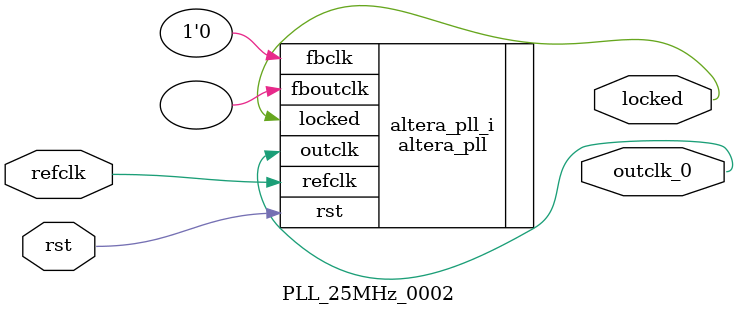
<source format=v>
`timescale 1ns/10ps
module  PLL_25MHz_0002(

	// interface 'refclk'
	input wire refclk,

	// interface 'reset'
	input wire rst,

	// interface 'outclk0'
	output wire outclk_0,

	// interface 'locked'
	output wire locked
);

	altera_pll #(
		.fractional_vco_multiplier("false"),
		.reference_clock_frequency("50.0 MHz"),
		.operation_mode("direct"),
		.number_of_clocks(1),
		.output_clock_frequency0("25.000000 MHz"),
		.phase_shift0("0 ps"),
		.duty_cycle0(50),
		.output_clock_frequency1("0 MHz"),
		.phase_shift1("0 ps"),
		.duty_cycle1(50),
		.output_clock_frequency2("0 MHz"),
		.phase_shift2("0 ps"),
		.duty_cycle2(50),
		.output_clock_frequency3("0 MHz"),
		.phase_shift3("0 ps"),
		.duty_cycle3(50),
		.output_clock_frequency4("0 MHz"),
		.phase_shift4("0 ps"),
		.duty_cycle4(50),
		.output_clock_frequency5("0 MHz"),
		.phase_shift5("0 ps"),
		.duty_cycle5(50),
		.output_clock_frequency6("0 MHz"),
		.phase_shift6("0 ps"),
		.duty_cycle6(50),
		.output_clock_frequency7("0 MHz"),
		.phase_shift7("0 ps"),
		.duty_cycle7(50),
		.output_clock_frequency8("0 MHz"),
		.phase_shift8("0 ps"),
		.duty_cycle8(50),
		.output_clock_frequency9("0 MHz"),
		.phase_shift9("0 ps"),
		.duty_cycle9(50),
		.output_clock_frequency10("0 MHz"),
		.phase_shift10("0 ps"),
		.duty_cycle10(50),
		.output_clock_frequency11("0 MHz"),
		.phase_shift11("0 ps"),
		.duty_cycle11(50),
		.output_clock_frequency12("0 MHz"),
		.phase_shift12("0 ps"),
		.duty_cycle12(50),
		.output_clock_frequency13("0 MHz"),
		.phase_shift13("0 ps"),
		.duty_cycle13(50),
		.output_clock_frequency14("0 MHz"),
		.phase_shift14("0 ps"),
		.duty_cycle14(50),
		.output_clock_frequency15("0 MHz"),
		.phase_shift15("0 ps"),
		.duty_cycle15(50),
		.output_clock_frequency16("0 MHz"),
		.phase_shift16("0 ps"),
		.duty_cycle16(50),
		.output_clock_frequency17("0 MHz"),
		.phase_shift17("0 ps"),
		.duty_cycle17(50),
		.pll_type("General"),
		.pll_subtype("General")
	) altera_pll_i (
		.rst	(rst),
		.outclk	({outclk_0}),
		.locked	(locked),
		.fboutclk	( ),
		.fbclk	(1'b0),
		.refclk	(refclk)
	);
endmodule


</source>
